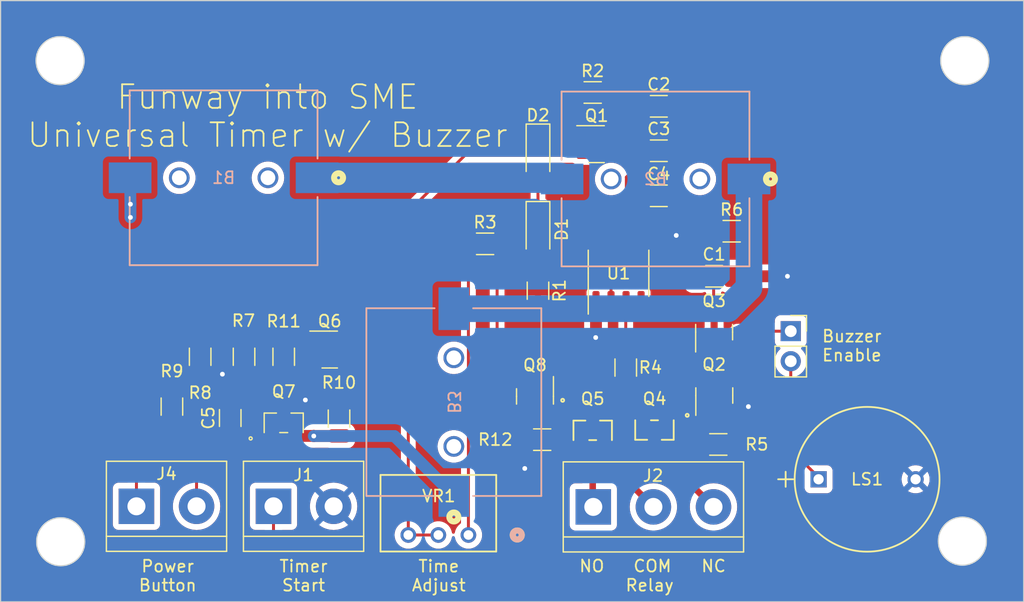
<source format=kicad_pcb>
(kicad_pcb (version 20221018) (generator pcbnew)
  (layers (0 "F.Cu" signal) (31 "B.Cu" signal) (34 "B.Paste" user) (35 "F.Paste" user) (36 "B.SilkS" user "B.Silkscreen") (37 "F.SilkS" user "F.Silkscreen") (38 "B.Mask" user) (39 "F.Mask" user) (44 "Edge.Cuts" user))
  (net 0 "")
  (net 1 "Net-(B1-Pad1)")
  (net 2 "9V")
  (net 3 "Net-(B2-Pad1)")
  (net 4 "GND")
  (net 5 "Net-(J1-Pin_1)")
  (net 6 "CRTGND")
  (net 7 "Net-(Q1-C)")
  (net 8 "Net-(U1-CV)")
  (net 9 "Net-(J4-Pin_1)")
  (net 10 "Net-(D1-K)")
  (net 11 "Net-(D2-K)")
  (net 12 "Net-(J2-Pin_1)")
  (net 13 "Net-(J2-Pin_2)")
  (net 14 "Net-(J2-Pin_3)")
  (net 15 "Net-(J3-Pin_1)")
  (net 16 "Net-(J3-Pin_2)")
  (net 17 "Net-(J4-Pin_2)")
  (net 18 "Net-(Q1-E)")
  (net 19 "Net-(Q2-B)")
  (net 20 "Net-(Q2-C)")
  (net 21 "Net-(Q3-C)")
  (net 22 "Net-(Q6-B)")
  (net 23 "Net-(Q6-C)")
  (net 24 "Net-(VR1-CCW)")
  (net 25 "Net-(U1-Q)")
  (net 26 "Net-(Q5-G)")
  (footprint "Capacitor_SMD:C_1206_3216Metric" (layer "F.Cu") (at 101.346 100.3808)
    (fp_text reference "C2" (at 0 -1.85) (layer "F.SilkS"))
    (fp_text value "47uF")
    (fp_line (start -0.711252 -0.91) (end 0.711252 -0.91) (stroke (width 0.12)) (layer "F.SilkS"))
    (fp_line (start -0.711252 0.91) (end 0.711252 0.91) (stroke (width 0.12)) (layer "F.SilkS"))
    (pad "1" smd roundrect (at -1.475 0) (size 1.15 1.8) (layers "F.Cu" "F.Paste" "F.Mask") (roundrect_rratio 0.2173913043) (net 7 "Net-(Q1-C)"))
    (pad "2" smd roundrect (at 1.475 0) (size 1.15 1.8) (layers "F.Cu" "F.Paste" "F.Mask") (roundrect_rratio 0.2173913043) (net 6 "CRTGND"))
  )
  (footprint "Resistor_SMD:R_1206_3216Metric" (layer "F.Cu") (at 62.5856 121.5644 -90)
    (fp_text reference "R8" (at 3.048 0) (layer "F.SilkS"))
    (fp_text value "1M")
    (fp_line (start -0.727064 -0.91) (end 0.727064 -0.91) (stroke (width 0.12)) (layer "F.SilkS"))
    (fp_line (start -0.727064 0.91) (end 0.727064 0.91) (stroke (width 0.12)) (layer "F.SilkS"))
    (pad "1" smd roundrect (at -1.4625 0 270) (size 1.125 1.75) (layers "F.Cu" "F.Paste" "F.Mask") (roundrect_rratio 0.2222222222) (net 9 "Net-(J4-Pin_1)"))
    (pad "2" smd roundrect (at 1.4625 0 270) (size 1.125 1.75) (layers "F.Cu" "F.Paste" "F.Mask") (roundrect_rratio 0.2222222222) (net 6 "CRTGND"))
  )
  (footprint "Resistor_SMD:R_1206_3216Metric" (layer "F.Cu") (at 69.6468 121.5644 90)
    (fp_text reference "R11" (at 2.9972 0 180) (layer "F.SilkS"))
    (fp_text value "10k")
    (fp_line (start -0.727064 -0.91) (end 0.727064 -0.91) (stroke (width 0.12)) (layer "F.SilkS"))
    (fp_line (start -0.727064 0.91) (end 0.727064 0.91) (stroke (width 0.12)) (layer "F.SilkS"))
    (pad "1" smd roundrect (at -1.4625 0 90) (size 1.125 1.75) (layers "F.Cu" "F.Paste" "F.Mask") (roundrect_rratio 0.2222222222) (net 6 "CRTGND"))
    (pad "2" smd roundrect (at 1.4625 0 90) (size 1.125 1.75) (layers "F.Cu" "F.Paste" "F.Mask") (roundrect_rratio 0.2222222222) (net 2 "9V"))
  )
  (footprint "Package_TO_SOT_SMD:SOT-23" (layer "F.Cu") (at 73.5353 120.9548)
    (fp_text reference "Q6" (at 0 -2.4) (layer "F.SilkS"))
    (fp_text value "BC858")
    (fp_line (start 0 -1.56) (end -1.675 -1.56) (stroke (width 0.12)) (layer "F.SilkS"))
    (fp_line (start 0 -1.56) (end 0.65 -1.56) (stroke (width 0.12)) (layer "F.SilkS"))
    (fp_line (start 0 1.56) (end -0.65 1.56) (stroke (width 0.12)) (layer "F.SilkS"))
    (fp_line (start 0 1.56) (end 0.65 1.56) (stroke (width 0.12)) (layer "F.SilkS"))
    (pad "1" smd roundrect (at -0.9375 -0.95) (size 1.475 0.6) (layers "F.Cu" "F.Paste" "F.Mask") (net 22 "Net-(Q6-B)"))
    (pad "2" smd roundrect (at -0.9375 0.95) (size 1.475 0.6) (layers "F.Cu" "F.Paste" "F.Mask") (net 2 "9V"))
    (pad "3" smd roundrect (at 0.9375 0) (size 1.475 0.6) (layers "F.Cu" "F.Paste" "F.Mask") (net 23 "Net-(Q6-C)"))
  )
  (footprint "Resistor_SMD:R_1206_3216Metric" (layer "F.Cu") (at 66.294 121.5644 90)
    (fp_text reference "R7" (at 3.048 -0.0508 180) (layer "F.SilkS"))
    (fp_text value "100k")
    (fp_line (start -0.727064 -0.91) (end 0.727064 -0.91) (stroke (width 0.12)) (layer "F.SilkS"))
    (fp_line (start -0.727064 0.91) (end 0.727064 0.91) (stroke (width 0.12)) (layer "F.SilkS"))
    (pad "1" smd roundrect (at -1.4625 0 90) (size 1.125 1.75) (layers "F.Cu" "F.Paste" "F.Mask") (roundrect_rratio 0.2222222222) (net 6 "CRTGND"))
    (pad "2" smd roundrect (at 1.4625 0 90) (size 1.125 1.75) (layers "F.Cu" "F.Paste" "F.Mask") (roundrect_rratio 0.2222222222) (net 22 "Net-(Q6-B)"))
  )
  (footprint "Package_SO:SOIC-8_3.9x4.9mm_P1.27mm" (layer "F.Cu") (at 97.9424 114.5032 90)
    (fp_text reference "U1" (at 0 0 180) (layer "F.SilkS"))
    (fp_text value "NE555D")
    (fp_line (start 0 -2.56) (end -3.45 -2.56) (stroke (width 0.12)) (layer "F.SilkS"))
    (fp_line (start 0 -2.56) (end 1.95 -2.56) (stroke (width 0.12)) (layer "F.SilkS"))
    (fp_line (start 0 2.56) (end -1.95 2.56) (stroke (width 0.12)) (layer "F.SilkS"))
    (fp_line (start 0 2.56) (end 1.95 2.56) (stroke (width 0.12)) (layer "F.SilkS"))
    (pad "1" smd roundrect (at -2.475 -1.905 90) (size 1.95 0.6) (layers "F.Cu" "F.Paste" "F.Mask") (net 6 "CRTGND"))
    (pad "2" smd roundrect (at -2.475 -0.635 90) (size 1.95 0.6) (layers "F.Cu" "F.Paste" "F.Mask") (net 5 "Net-(J1-Pin_1)"))
    (pad "3" smd roundrect (at -2.475 0.635 90) (size 1.95 0.6) (layers "F.Cu" "F.Paste" "F.Mask") (net 25 "Net-(U1-Q)"))
    (pad "4" smd roundrect (at -2.475 1.905 90) (size 1.95 0.6) (layers "F.Cu" "F.Paste" "F.Mask") (net 2 "9V"))
    (pad "5" smd roundrect (at 2.475 1.905 90) (size 1.95 0.6) (layers "F.Cu" "F.Paste" "F.Mask") (net 8 "Net-(U1-CV)"))
    (pad "6" smd roundrect (at 2.475 0.635 90) (size 1.95 0.6) (layers "F.Cu" "F.Paste" "F.Mask") (net 7 "Net-(Q1-C)"))
    (pad "7" smd roundrect (at 2.475 -0.635 90) (size 1.95 0.6) (layers "F.Cu" "F.Paste" "F.Mask") (net 7 "Net-(Q1-C)"))
    (pad "8" smd roundrect (at 2.475 -1.905 90) (size 1.95 0.6) (layers "F.Cu" "F.Paste" "F.Mask") (net 2 "9V"))
  )
  (footprint "TerminalBlock:TerminalBlock_bornier-3_P5.08mm" (layer "F.Cu") (at 95.8088 134.2644)
    (fp_text reference "J2" (at 5.05 -2.6416) (layer "F.SilkS"))
    (fp_text value "Relay Out")
    (fp_line (start -2.54 -3.81) (end 12.7 -3.81) (stroke (width 0.12)) (layer "F.SilkS"))
    (fp_line (start -2.54 2.54) (end 12.7 2.54) (stroke (width 0.12)) (layer "F.SilkS"))
    (fp_line (start -2.54 3.81) (end -2.54 -3.81) (stroke (width 0.12)) (layer "F.SilkS"))
    (fp_line (start -2.54 3.81) (end 12.7 3.81) (stroke (width 0.12)) (layer "F.SilkS"))
    (fp_line (start 12.7 3.81) (end 12.7 -3.81) (stroke (width 0.12)) (layer "F.SilkS"))
    (pad "1" thru_hole rect (at 0 0) (size 3 3) (drill 1.52) (layers "*.Cu" "*.Mask") (net 12 "Net-(J2-Pin_1)"))
    (pad "2" thru_hole circle (at 5.08 0) (size 3 3) (drill 1.52) (layers "*.Cu" "*.Mask") (net 13 "Net-(J2-Pin_2)"))
    (pad "3" thru_hole circle (at 10.16 0) (size 3 3) (drill 1.52) (layers "*.Cu" "*.Mask") (net 14 "Net-(J2-Pin_3)"))
  )
  (footprint "Package_TO_SOT_SMD:SOT-23" (layer "F.Cu") (at 90.8812 124.9172 -90)
    (fp_text reference "Q8" (at -2.6416 0 -180) (layer "F.SilkS"))
    (fp_text value "BC848")
    (fp_line (start 0 -1.56) (end -1.675 -1.56) (stroke (width 0.12)) (layer "F.SilkS"))
    (fp_line (start 0 -1.56) (end 0.65 -1.56) (stroke (width 0.12)) (layer "F.SilkS"))
    (fp_line (start 0 1.56) (end -0.65 1.56) (stroke (width 0.12)) (layer "F.SilkS"))
    (fp_line (start 0 1.56) (end 0.65 1.56) (stroke (width 0.12)) (layer "F.SilkS"))
    (pad "1" smd roundrect (at -0.9375 -0.95 270) (size 1.475 0.6) (layers "F.Cu" "F.Paste" "F.Mask") (net 19 "Net-(Q2-B)"))
    (pad "2" smd roundrect (at -0.9375 0.95 270) (size 1.475 0.6) (layers "F.Cu" "F.Paste" "F.Mask") (net 26 "Net-(Q5-G)"))
    (pad "3" smd roundrect (at 0.9375 0 270) (size 1.475 0.6) (layers "F.Cu" "F.Paste" "F.Mask") (net 2 "9V"))
  )
  (footprint "TerminalBlock:TerminalBlock_bornier-2_P5.08mm" (layer "F.Cu") (at 57.2008 134.2136)
    (fp_text reference "J4" (at 2.54 -2.7432) (layer "F.SilkS"))
    (fp_text value "On/Off")
    (fp_line (start -2.54 -3.81) (end -2.54 3.81) (stroke (width 0.12)) (layer "F.SilkS"))
    (fp_line (start -2.54 3.81) (end 7.62 3.81) (stroke (width 0.12)) (layer "F.SilkS"))
    (fp_line (start 7.62 -3.81) (end -2.54 -3.81) (stroke (width 0.12)) (layer "F.SilkS"))
    (fp_line (start 7.62 2.54) (end -2.54 2.54) (stroke (width 0.12)) (layer "F.SilkS"))
    (fp_line (start 7.62 3.81) (end 7.62 -3.81) (stroke (width 0.12)) (layer "F.SilkS"))
    (pad "1" thru_hole rect (at 0 0) (size 3 3) (drill 1.52) (layers "*.Cu" "*.Mask") (net 9 "Net-(J4-Pin_1)"))
    (pad "2" thru_hole circle (at 5.08 0) (size 3 3) (drill 1.52) (layers "*.Cu" "*.Mask") (net 17 "Net-(J4-Pin_2)"))
  )
  (footprint "ABI-009-RC:ABI-009_MTC" (layer "F.Cu") (at 114.848201 131.9276)
    (fp_text reference "LS1" (at 4.099999 0 unlocked) (layer "F.SilkS"))
    (fp_text value "ABI-009-RC" hide)
    (fp_line (start -3.418401 0) (end -2.148401 0) (stroke (width 0.1524)) (layer "F.SilkS"))
    (fp_line (start -2.783401 -0.635) (end -2.783401 0.635) (stroke (width 0.1524)) (layer "F.SilkS"))
    (fp_circle (center 4.099999 0) (end 10.221399 0) (stroke (width 0.1524)) (fill none) (layer "F.SilkS"))
    (pad "1" thru_hole rect (at -0.000001 0) (size 1.3716 1.3716) (drill 0.8636) (layers "*.Cu" "*.Mask") (net 16 "Net-(J3-Pin_2)"))
    (pad "2" thru_hole circle (at 8.2 0) (size 1.3716 1.3716) (drill 0.8636) (layers "*.Cu" "*.Mask") (net 6 "CRTGND"))
  )
  (footprint "Capacitor_SMD:C_1206_3216Metric" (layer "F.Cu") (at 106.0196 114.7572)
    (fp_text reference "C1" (at 0 -1.85) (layer "F.SilkS"))
    (fp_text value ".01uF")
    (fp_line (start -0.711252 -0.91) (end 0.711252 -0.91) (stroke (width 0.12)) (layer "F.SilkS"))
    (fp_line (start -0.711252 0.91) (end 0.711252 0.91) (stroke (width 0.12)) (layer "F.SilkS"))
    (pad "1" smd roundrect (at -1.475 0) (size 1.15 1.8) (layers "F.Cu" "F.Paste" "F.Mask") (roundrect_rratio 0.2173913043) (net 5 "Net-(J1-Pin_1)"))
    (pad "2" smd roundrect (at 1.475 0) (size 1.15 1.8) (layers "F.Cu" "F.Paste" "F.Mask") (roundrect_rratio 0.2173913043) (net 6 "CRTGND"))
  )
  (footprint "Resistor_SMD:R_1206_3216Metric" (layer "F.Cu") (at 98.552 122.4788 -90)
    (fp_text reference "R4" (at 0 -2.0828 -180) (layer "F.SilkS"))
    (fp_text value "10k")
    (fp_line (start -0.727064 -0.91) (end 0.727064 -0.91) (stroke (width 0.12)) (layer "F.SilkS"))
    (fp_line (start -0.727064 0.91) (end 0.727064 0.91) (stroke (width 0.12)) (layer "F.SilkS"))
    (pad "1" smd roundrect (at -1.4625 0 270) (size 1.125 1.75) (layers "F.Cu" "F.Paste" "F.Mask") (roundrect_rratio 0.2222222222) (net 25 "Net-(U1-Q)"))
    (pad "2" smd roundrect (at 1.4625 0 270) (size 1.125 1.75) (layers "F.Cu" "F.Paste" "F.Mask") (roundrect_rratio 0.2222222222) (net 19 "Net-(Q2-B)"))
  )
  (footprint "Resistor_SMD:R_1206_3216Metric" (layer "F.Cu") (at 107.5035 110.9472)
    (fp_text reference "R6" (at 0 -1.82) (layer "F.SilkS"))
    (fp_text value "10k")
    (fp_line (start -0.727064 -0.91) (end 0.727064 -0.91) (stroke (width 0.12)) (layer "F.SilkS"))
    (fp_line (start -0.727064 0.91) (end 0.727064 0.91) (stroke (width 0.12)) (layer "F.SilkS"))
    (pad "1" smd roundrect (at -1.4625 0) (size 1.125 1.75) (layers "F.Cu" "F.Paste" "F.Mask") (roundrect_rratio 0.2222222222) (net 21 "Net-(Q3-C)"))
    (pad "2" smd roundrect (at 1.4625 0) (size 1.125 1.75) (layers "F.Cu" "F.Paste" "F.Mask") (roundrect_rratio 0.2222222222) (net 2 "9V"))
  )
  (footprint "Capacitor_SMD:C_1206_3216Metric" (layer "F.Cu") (at 101.346 107.95)
    (fp_text reference "C4" (at 0 -1.85) (layer "F.SilkS"))
    (fp_text value ".01uF")
    (fp_line (start -0.711252 -0.91) (end 0.711252 -0.91) (stroke (width 0.12)) (layer "F.SilkS"))
    (fp_line (start -0.711252 0.91) (end 0.711252 0.91) (stroke (width 0.12)) (layer "F.SilkS"))
    (pad "1" smd roundrect (at -1.475 0) (size 1.15 1.8) (layers "F.Cu" "F.Paste" "F.Mask") (roundrect_rratio 0.2173913043) (net 8 "Net-(U1-CV)"))
    (pad "2" smd roundrect (at 1.475 0) (size 1.15 1.8) (layers "F.Cu" "F.Paste" "F.Mask") (roundrect_rratio 0.2173913043) (net 6 "CRTGND"))
  )
  (footprint "3310C-001-105L:IC3_3310C-001-105L_BRN" (layer "F.Cu") (at 85.2551 136.6393 180)
    (fp_text reference "VR1" (at 2.5019 3.2893 unlocked) (layer "F.SilkS"))
    (fp_text value "1 Meg" hide)
    (fp_circle (center -4.1275 0) (end -3.7465 0) (stroke (width 0.508)) (fill none) (layer "B.SilkS"))
    (fp_line (start -2.3495 -1.397) (end -2.3495 5.08) (stroke (width 0.1524)) (layer "F.SilkS"))
    (fp_line (start -2.3495 5.08) (end 7.4295 5.08) (stroke (width 0.1524)) (layer "F.SilkS"))
    (fp_line (start 7.4295 -1.397) (end -2.3495 -1.397) (stroke (width 0.1524)) (layer "F.SilkS"))
    (fp_line (start 7.4295 5.08) (end 7.4295 -1.397) (stroke (width 0.1524)) (layer "F.SilkS"))
    (fp_circle (center -4.1275 0) (end -3.7465 0) (stroke (width 0.508)) (fill none) (layer "F.SilkS"))
    (pad "1" thru_hole circle (at 0 0 180) (size 1.3208 1.3208) (drill 0.8128) (layers "*.Cu" "*.Mask") (net 24 "Net-(VR1-CCW)"))
    (pad "2" thru_hole circle (at 2.54 0 180) (size 1.3208 1.3208) (drill 0.8128) (layers "*.Cu" "*.Mask") (net 18 "Net-(Q1-E)"))
    (pad "3" thru_hole circle (at 5.08 0 180) (size 1.3208 1.3208) (drill 0.8128) (layers "*.Cu" "*.Mask") (net 18 "Net-(Q1-E)"))
  )
  (footprint "Diode_SMD:D_SOD-123" (layer "F.Cu") (at 91.1352 110.7948 -90)
    (fp_text reference "D1" (at 0 -2 90) (layer "F.SilkS"))
    (fp_text value "1N4448W")
    (fp_line (start -2.36 -1) (end -2.36 1) (stroke (width 0.12)) (layer "F.SilkS"))
    (fp_line (start -2.36 -1) (end 1.65 -1) (stroke (width 0.12)) (layer "F.SilkS"))
    (fp_line (start -2.36 1) (end 1.65 1) (stroke (width 0.12)) (layer "F.SilkS"))
    (pad "1" smd roundrect (at -1.65 0 270) (size 0.9 1.2) (layers "F.Cu" "F.Paste" "F.Mask") (net 10 "Net-(D1-K)"))
    (pad "2" smd roundrect (at 1.65 0 270) (size 0.9 1.2) (layers "F.Cu" "F.Paste" "F.Mask") (net 2 "9V"))
  )
  (footprint "Resistor_SMD:R_1206_3216Metric" (layer "F.Cu") (at 60.198 125.7808 90)
    (fp_text reference "R9" (at 2.9972 0 180) (layer "F.SilkS"))
    (fp_text value "10k")
    (fp_line (start -0.727064 -0.91) (end 0.727064 -0.91) (stroke (width 0.12)) (layer "F.SilkS"))
    (fp_line (start -0.727064 0.91) (end 0.727064 0.91) (stroke (width 0.12)) (layer "F.SilkS"))
    (pad "1" smd roundrect (at -1.4625 0 90) (size 1.125 1.75) (layers "F.Cu" "F.Paste" "F.Mask") (roundrect_rratio 0.2222222222) (net 17 "Net-(J4-Pin_2)"))
    (pad "2" smd roundrect (at 1.4625 0 90) (size 1.125 1.75) (layers "F.Cu" "F.Paste" "F.Mask") (roundrect_rratio 0.2222222222) (net 23 "Net-(Q6-C)"))
  )
  (footprint "Capacitor_SMD:C_1206_3216Metric" (layer "F.Cu") (at 65.1256 126.746 90)
    (fp_text reference "C5" (at 0 -1.85 90) (layer "F.SilkS"))
    (fp_text value "330nF-1206-50V-10%")
    (fp_line (start -0.711252 -0.91) (end 0.711252 -0.91) (stroke (width 0.12)) (layer "F.SilkS"))
    (fp_line (start -0.711252 0.91) (end 0.711252 0.91) (stroke (width 0.12)) (layer "F.SilkS"))
    (pad "1" smd roundrect (at -1.475 0 90) (size 1.15 1.8) (layers "F.Cu" "F.Paste" "F.Mask") (roundrect_rratio 0.2173913043) (net 4 "GND"))
    (pad "2" smd roundrect (at 1.475 0 90) (size 1.15 1.8) (layers "F.Cu" "F.Paste" "F.Mask") (roundrect_rratio 0.2173913043) (net 9 "Net-(J4-Pin_1)"))
  )
  (footprint "Capacitor_SMD:C_1206_3216Metric" (layer "F.Cu") (at 101.346 104.14)
    (fp_text reference "C3" (at 0 -1.85) (layer "F.SilkS"))
    (fp_text value "47uF")
    (fp_line (start -0.711252 -0.91) (end 0.711252 -0.91) (stroke (width 0.12)) (layer "F.SilkS"))
    (fp_line (start -0.711252 0.91) (end 0.711252 0.91) (stroke (width 0.12)) (layer "F.SilkS"))
    (pad "1" smd roundrect (at -1.475 0) (size 1.15 1.8) (layers "F.Cu" "F.Paste" "F.Mask") (roundrect_rratio 0.2173913043) (net 7 "Net-(Q1-C)"))
    (pad "2" smd roundrect (at 1.475 0) (size 1.15 1.8) (layers "F.Cu" "F.Paste" "F.Mask") (roundrect_rratio 0.2173913043) (net 6 "CRTGND"))
  )
  (footprint "Resistor_SMD:R_1206_3216Metric" (layer "F.Cu") (at 95.758 99.2124)
    (fp_text reference "R2" (at 0 -1.82) (layer "F.SilkS"))
    (fp_text value "6k8")
    (fp_line (start -0.727064 -0.91) (end 0.727064 -0.91) (stroke (width 0.12)) (layer "F.SilkS"))
    (fp_line (start -0.727064 0.91) (end 0.727064 0.91) (stroke (width 0.12)) (layer "F.SilkS"))
    (pad "1" smd roundrect (at -1.4625 0) (size 1.125 1.75) (layers "F.Cu" "F.Paste" "F.Mask") (roundrect_rratio 0.2222222222) (net 6 "CRTGND"))
    (pad "2" smd roundrect (at 1.4625 0) (size 1.125 1.75) (layers "F.Cu" "F.Paste" "F.Mask") (roundrect_rratio 0.2222222222) (net 11 "Net-(D2-K)"))
  )
  (footprint "Diode_SMD:D_SOD-123" (layer "F.Cu") (at 91.1352 104.2416 -90)
    (fp_text reference "D2" (at -3.0988 0 -180) (layer "F.SilkS"))
    (fp_text value "1N4448W")
    (fp_line (start -2.36 -1) (end -2.36 1) (stroke (width 0.12)) (layer "F.SilkS"))
    (fp_line (start -2.36 -1) (end 1.65 -1) (stroke (width 0.12)) (layer "F.SilkS"))
    (fp_line (start -2.36 1) (end 1.65 1) (stroke (width 0.12)) (layer "F.SilkS"))
    (pad "1" smd roundrect (at -1.65 0 270) (size 0.9 1.2) (layers "F.Cu" "F.Paste" "F.Mask") (net 11 "Net-(D2-K)"))
    (pad "2" smd roundrect (at 1.65 0 270) (size 0.9 1.2) (layers "F.Cu" "F.Paste" "F.Mask") (net 10 "Net-(D1-K)"))
  )
  (footprint "Si2342DS:SI2342DS-T1-GE3" (layer "F.Cu") (at 69.6468 127.1524)
    (fp_text reference "Q7" (at 0 -2.6416) (layer "F.SilkS"))
    (fp_text value "SI2338DS" hide)
    (fp_line (start -1.651 -0.8255) (end -1.651 0.8255) (stroke (width 0.12)) (layer "F.SilkS"))
    (fp_line (start -0.61674 -0.8255) (end -1.651 -0.8255) (stroke (width 0.12)) (layer "F.SilkS"))
    (fp_line (start -0.333261 0.8255) (end 0.333261 0.8255) (stroke (width 0.12)) (layer "F.SilkS"))
    (fp_line (start 1.651 -0.8255) (end 0.61674 -0.8255) (stroke (width 0.12)) (layer "F.SilkS"))
    (fp_line (start 1.651 0.8255) (end 1.651 -0.8255) (stroke (width 0.12)) (layer "F.SilkS"))
    (fp_circle (center -2.794 1.3208) (end -2.667 1.3208) (stroke (width 0.12)) (fill none) (layer "F.SilkS"))
    (pad "1" smd rect (at -0.950001 1.016) (size 0.568 1.309599) (layers "F.Cu" "F.Paste" "F.Mask") (net 17 "Net-(J4-Pin_2)"))
    (pad "2" smd rect (at 0.950001 1.016) (size 0.568 1.309599) (layers "F.Cu" "F.Paste" "F.Mask") (net 4 "GND"))
    (pad "3" smd rect (at 0 -1.016) (size 0.568 1.309599) (layers "F.Cu" "F.Paste" "F.Mask") (net 6 "CRTGND"))
  )
  (footprint "Connector_PinSocket_2.54mm:PinSocket_1x02_P2.54mm_Vertical" (layer "F.Cu") (at 112.4962 119.4)
    (fp_text reference "J3" hide)
    (fp_text value "Buzz Enable" hide)
    (fp_line (start -1.33 1.27) (end -1.33 3.87) (stroke (width 0.12)) (layer "F.SilkS"))
    (fp_line (start -1.33 1.27) (end 1.33 1.27) (stroke (width 0.12)) (layer "F.SilkS"))
    (fp_line (start -1.33 3.87) (end 1.33 3.87) (stroke (width 0.12)) (layer "F.SilkS"))
    (fp_line (start 0 -1.33) (end 1.33 -1.33) (stroke (width 0.12)) (layer "F.SilkS"))
    (fp_line (start 1.33 -1.33) (end 1.33 0) (stroke (width 0.12)) (layer "F.SilkS"))
    (fp_line (start 1.33 1.27) (end 1.33 3.87) (stroke (width 0.12)) (layer "F.SilkS"))
    (pad "1" thru_hole rect (at 0 0) (size 1.7 1.7) (drill 1) (layers "*.Cu" "*.Mask") (net 15 "Net-(J3-Pin_1)"))
    (pad "2" thru_hole oval (at 0 2.54) (size 1.7 1.7) (drill 1) (layers "*.Cu" "*.Mask") (net 16 "Net-(J3-Pin_2)"))
  )
  (footprint "DMN2004K-7:SOT23_DIO" (layer "F.Cu") (at 95.758599 127.7874)
    (fp_text reference "Q5" (at 0 -2.667 unlocked) (layer "F.SilkS"))
    (fp_text value "DMN2004K-7" hide)
    (fp_line (start -1.6256 -0.8255) (end -1.6256 0.8255) (stroke (width 0.1524)) (layer "F.SilkS"))
    (fp_line (start -0.61674 -0.8255) (end -1.6256 -0.8255) (stroke (width 0.1524)) (layer "F.SilkS"))
    (fp_line (start -0.298259 0.8255) (end 0.298259 0.8255) (stroke (width 0.1524)) (layer "F.SilkS"))
    (fp_line (start 1.6256 -0.8255) (end 0.61674 -0.8255) (stroke (width 0.1524)) (layer "F.SilkS"))
    (fp_line (start 1.6256 0.8255) (end 1.6256 -0.8255) (stroke (width 0.1524)) (layer "F.SilkS"))
    (fp_circle (center -2.54 -2.54) (end -2.413 -2.54) (stroke (width 0.1524)) (fill none) (layer "F.SilkS"))
    (pad "1" smd rect (at -0.914999 0.9398) (size 0.568 1.309599) (layers "F.Cu" "F.Paste" "F.Mask") (net 26 "Net-(Q5-G)"))
    (pad "2" smd rect (at 0.914999 0.9398) (size 0.568 1.309599) (layers "F.Cu" "F.Paste" "F.Mask") (net 13 "Net-(J2-Pin_2)"))
    (pad "3" smd rect (at 0 -0.9398) (size 0.568 1.309599) (layers "F.Cu" "F.Paste" "F.Mask") (net 12 "Net-(J2-Pin_1)"))
  )
  (footprint "TerminalBlock:TerminalBlock_bornier-2_P5.08mm" (layer "F.Cu") (at 68.7832 134.2136)
    (fp_text reference "J1" (at 2.54 -2.6416) (layer "F.SilkS"))
    (fp_text value "Timer Start")
    (fp_line (start -2.54 -3.81) (end -2.54 3.81) (stroke (width 0.12)) (layer "F.SilkS"))
    (fp_line (start -2.54 3.81) (end 7.62 3.81) (stroke (width 0.12)) (layer "F.SilkS"))
    (fp_line (start 7.62 -3.81) (end -2.54 -3.81) (stroke (width 0.12)) (layer "F.SilkS"))
    (fp_line (start 7.62 2.54) (end -2.54 2.54) (stroke (width 0.12)) (layer "F.SilkS"))
    (fp_line (start 7.62 3.81) (end 7.62 -3.81) (stroke (width 0.12)) (layer "F.SilkS"))
    (pad "1" thru_hole rect (at 0 0) (size 3 3) (drill 1.52) (layers "*.Cu" "*.Mask") (net 5 "Net-(J1-Pin_1)"))
    (pad "2" thru_hole circle (at 5.08 0) (size 3 3) (drill 1.52) (layers "*.Cu" "*.Mask") (net 6 "CRTGND"))
  )
  (footprint "Resistor_SMD:R_1206_3216Metric" (layer "F.Cu") (at 91.1352 115.9764 -90)
    (fp_text reference "R1" (at 0 -1.82 90) (layer "F.SilkS"))
    (fp_text value "10k")
    (fp_line (start -0.727064 -0.91) (end 0.727064 -0.91) (stroke (width 0.12)) (layer "F.SilkS"))
    (fp_line (start -0.727064 0.91) (end 0.727064 0.91) (stroke (width 0.12)) (layer "F.SilkS"))
    (pad "1" smd roundrect (at -1.4625 0 270) (size 1.125 1.75) (layers "F.Cu" "F.Paste" "F.Mask") (roundrect_rratio 0.2222222222) (net 5 "Net-(J1-Pin_1)"))
    (pad "2" smd roundrect (at 1.4625 0 270) (size 1.125 1.75) (layers "F.Cu" "F.Paste" "F.Mask") (roundrect_rratio 0.2222222222) (net 2 "9V"))
  )
  (footprint "Package_TO_SOT_SMD:SOT-23" (layer "F.Cu") (at 106.0348 124.8433 90)
    (fp_text reference "Q2" (at 2.6185 -0.0152 180) (layer "F.SilkS"))
    (fp_text value "BC848" hide)
    (fp_line (start 0 -1.56) (end -1.675 -1.56) (stroke (width 0.12)) (layer "F.SilkS"))
    (fp_line (start 0 -1.56) (end 0.65 -1.56) (stroke (width 0.12)) (layer "F.SilkS"))
    (fp_line (start 0 1.56) (end -0.65 1.56) (stroke (width 0.12)) (layer "F.SilkS"))
    (fp_line (start 0 1.56) (end 0.65 1.56) (stroke (width 0.12)) (layer "F.SilkS"))
    (pad "1" smd roundrect (at -0.9375 -0.95 90) (size 1.475 0.6) (layers "F.Cu" "F.Paste" "F.Mask") (net 19 "Net-(Q2-B)"))
    (pad "2" smd roundrect (at -0.9375 0.95 90) (size 1.475 0.6) (layers "F.Cu" "F.Paste" "F.Mask") (net 6 "CRTGND"))
    (pad "3" smd roundrect (at 0.9375 0 90) (size 1.475 0.6) (layers "F.Cu" "F.Paste" "F.Mask") (net 20 "Net-(Q2-C)"))
  )
  (footprint "Resistor_SMD:R_1206_3216Metric" (layer "F.Cu") (at 74.3204 126.7968 90)
    (fp_text reference "R10" (at 3.048 0 180) (layer "F.SilkS"))
    (fp_text value "10k")
    (fp_line (start -0.727064 -0.91) (end 0.727064 -0.91) (stroke (width 0.12)) (layer "F.SilkS"))
    (fp_line (start -0.727064 0.91) (end 0.727064 0.91) (stroke (width 0.12)) (layer "F.SilkS"))
    (pad "1" smd roundrect (at -1.4625 0 90) (size 1.125 1.75) (layers "F.Cu" "F.Paste" "F.Mask") (roundrect_rratio 0.2222222222) (net 4 "GND"))
    (pad "2" smd roundrect (at 1.4625 0 90) (size 1.125 1.75) (layers "F.Cu" "F.Paste" "F.Mask") (roundrect_rratio 0.2222222222) (net 23 "Net-(Q6-C)"))
  )
  (footprint "Package_TO_SOT_SMD:SOT-23" (layer "F.Cu") (at 96.0905 103.5812)
    (fp_text reference "Q1" (at 0 -2.4) (layer "F.SilkS"))
    (fp_text value "BC858")
    (fp_line (start 0 -1.56) (end -1.675 -1.56) (stroke (width 0.12)) (layer "F.SilkS"))
    (fp_line (start 0 -1.56) (end 0.65 -1.56) (stroke (width 0.12)) (layer "F.SilkS"))
    (fp_line (start 0 1.56) (end -0.65 1.56) (stroke (width 0.12)) (layer "F.SilkS"))
    (fp_line (start 0 1.56) (end 0.65 1.56) (stroke (width 0.12)) (layer "F.SilkS"))
    (pad "1" smd roundrect (at -0.9375 -0.95) (size 1.475 0.6) (layers "F.Cu" "F.Paste" "F.Mask") (net 11 "Net-(D2-K)"))
    (pad "2" smd roundrect (at -0.9375 0.95) (size 1.475 0.6) (layers "F.Cu" "F.Paste" "F.Mask") (net 18 "Net-(Q1-E)"))
    (pad "3" smd roundrect (at 0.9375 0) (size 1.475 0.6) (layers "F.Cu" "F.Paste" "F.Mask") (net 7 "Net-(Q1-C)"))
  )
  (footprint "Resistor_SMD:R_1206_3216Metric" (layer "F.Cu") (at 86.6648 112.014)
    (fp_text reference "R3" (at 0 -1.82) (layer "F.SilkS"))
    (fp_text value "47k")
    (fp_line (start -0.727064 -0.91) (end 0.727064 -0.91) (stroke (width 0.12)) (layer "F.SilkS"))
    (fp_line (start -0.727064 0.91) (end 0.727064 0.91) (stroke (width 0.12)) (layer "F.SilkS"))
    (pad "1" smd roundrect (at -1.4625 0) (size 1.125 1.75) (layers "F.Cu" "F.Paste" "F.Mask") (roundrect_rratio 0.2222222222) (net 24 "Net-(VR1-CCW)"))
    (pad "2" smd roundrect (at 1.4625 0) (size 1.125 1.75) (layers "F.Cu" "F.Paste" "F.Mask") (roundrect_rratio 0.2222222222) (net 2 "9V"))
  )
  (footprint "Resistor_SMD:R_1206_3216Metric" (layer "F.Cu") (at 91.4908 128.5748)
    (fp_text reference "R12" (at -3.9624 0) (layer "F.SilkS"))
    (fp_text value "10k" hide)
    (fp_line (start -0.727064 -0.91) (end 0.727064 -0.91) (stroke (width 0.12)) (layer "F.SilkS"))
    (fp_line (start -0.727064 0.91) (end 0.727064 0.91) (stroke (width 0.12)) (layer "F.SilkS"))
    (pad "1" smd roundrect (at -1.4625 0) (size 1.125 1.75) (layers "F.Cu" "F.Paste" "F.Mask") (roundrect_rratio 0.2222222222) (net 6 "CRTGND"))
    (pad "2" smd roundrect (at 1.4625 0) (size 1.125 1.75) (layers "F.Cu" "F.Paste" "F.Mask") (roundrect_rratio 0.2222222222) (net 26 "Net-(Q5-G)"))
  )
  (footprint "DMN2004K-7:SOT23_DIO" (layer "F.Cu") (at 100.9777 127.762 180)
    (fp_text reference "Q4" (at -0.0127 2.6416 unlocked) (layer "F.SilkS"))
    (fp_text value "DMN2004K-7" hide)
    (fp_line (start -1.6256 -0.8255) (end -1.6256 0.8255) (stroke (width 0.1524)) (layer "F.SilkS"))
    (fp_line (start -0.61674 -0.8255) (end -1.6256 -0.8255) (stroke (width 0.1524)) (layer "F.SilkS"))
    (fp_line (start -0.298259 0.8255) (end 0.298259 0.8255) (stroke (width 0.1524)) (layer "F.SilkS"))
    (fp_line (start 1.6256 -0.8255) (end 0.61674 -0.8255) (stroke (width 0.1524)) (layer "F.SilkS"))
    (fp_line (start 1.6256 0.8255) (end 1.6256 -0.8255) (stroke (width 0.1524)) (layer "F.SilkS"))
    (fp_circle (center -2.7686 1.2446) (end -2.6416 1.2446) (stroke (width 0.1524)) (fill none) (layer "F.SilkS"))
    (pad "1" smd rect (at -0.914999 0.9398 180) (size 0.568 1.309599) (layers "F.Cu" "F.Paste" "F.Mask") (net 20 "Net-(Q2-C)"))
    (pad "2" smd rect (at 0.914999 0.9398 180) (size 0.568 1.309599) (layers "F.Cu" "F.Paste" "F.Mask") (net 13 "Net-(J2-Pin_2)"))
    (pad "3" smd rect (at 0 -0.9398 180) (size 0.568 1.309599) (layers "F.Cu" "F.Paste" "F.Mask") (net 14 "Net-(J2-Pin_3)"))
  )
  (footprint "Resistor_SMD:R_1206_3216Metric" (layer "F.Cu") (at 106.3752 128.9812)
    (fp_text reference "R5" (at 3.2512 0) (layer "F.SilkS"))
    (fp_text value "10k" hide)
    (fp_line (start -0.727064 -0.91) (end 0.727064 -0.91) (stroke (width 0.12)) (layer "F.SilkS"))
    (fp_line (start -0.727064 0.91) (end 0.727064 0.91) (stroke (width 0.12)) (layer "F.SilkS"))
    (pad "1" smd roundrect (at -1.4625 0) (size 1.125 1.75) (layers "F.Cu" "F.Paste" "F.Mask") (roundrect_rratio 0.2222222222) (net 20 "Net-(Q2-C)"))
    (pad "2" smd roundrect (at 1.4625 0) (size 1.125 1.75) (layers "F.Cu" "F.Paste" "F.Mask") (roundrect_rratio 0.2222222222) (net 2 "9V"))
  )
  (footprint "Package_TO_SOT_SMD:SOT-23" (layer "F.Cu") (at 106.0196 119.4816 90)
    (fp_text reference "Q3" (at 2.6416 0 180) (layer "F.SilkS"))
    (fp_text value "BC848")
    (fp_line (start 0 -1.56) (end -1.675 -1.56) (stroke (width 0.12)) (layer "F.SilkS"))
    (fp_line (start 0 -1.56) (end 0.65 -1.56) (stroke (width 0.12)) (layer "F.SilkS"))
    (fp_line (start 0 1.56) (end -0.65 1.56) (stroke (width 0.12)) (layer "F.SilkS"))
    (fp_line (start 0 1.56) (end 0.65 1.56) (stroke (width 0.12)) (layer "F.SilkS"))
    (pad "1" smd roundrect (at -0.9375 -0.95 90) (size 1.475 0.6) (layers "F.Cu" "F.Paste" "F.Mask") (net 19 "Net-(Q2-B)"))
    (pad "2" smd roundrect (at -0.9375 0.95 90) (size 1.475 0.6) (layers "F.Cu" "F.Paste" "F.Mask") (net 15 "Net-(J3-Pin_1)"))
    (pad "3" smd roundrect (at 0.9375 0 90) (size 1.475 0.6) (layers "F.Cu" "F.Paste" "F.Mask") (net 21 "Net-(Q3-C)"))
  )
  (footprint "CR1220 Holder:1048P_KEY" (layer "B.Cu") (at 84.0232 125.3998 90)
    (fp_text reference "B3" (at 0 0 270 unlocked) (layer "B.SilkS") (effects (justify mirror)))
    (fp_text value "1056TR" hide)
    (fp_line (start -7.9375 -7.3914) (end 7.9375 -7.3914) (stroke (width 0.1524)) (layer "B.SilkS"))
    (fp_line (start -7.9375 -1.62814) (end -7.9375 -7.3914) (stroke (width 0.1524)) (layer "B.SilkS"))
    (fp_line (start -7.9375 7.3914) (end -7.9375 1.62814) (stroke (width 0.1524)) (layer "B.SilkS"))
    (fp_line (start 7.9375 -7.3914) (end 7.9375 -1.62814) (stroke (width 0.1524)) (layer "B.SilkS"))
    (fp_line (start 7.9375 1.62814) (end 7.9375 7.3914) (stroke (width 0.1524)) (layer "B.SilkS"))
    (fp_line (start 7.9375 7.3914) (end -7.9375 7.3914) (stroke (width 0.1524)) (layer "B.SilkS"))
    (fp_circle (center -9.7155 0) (end -9.3345 0) (stroke (width 0.508)) (fill none) (layer "F.SilkS"))
    (pad "1" smd rect (at -7.8994 0 90) (size 3.6068 2.5908) (layers "B.Cu" "B.Paste" "B.Mask") (net 4 "GND"))
    (pad "2" smd rect (at 7.8994 0 90) (size 3.6068 2.5908) (layers "B.Cu" "B.Paste" "B.Mask") (net 3 "Net-(B2-Pad1)"))
    (pad "3" thru_hole circle (at -3.7465 0 90) (size 1.7526 1.7526) (drill 1.2446) (layers "*.Cu" "*.Mask"))
    (pad "4" thru_hole circle (at 3.7465 0 90) (size 1.7526 1.7526) (drill 1.2446) (layers "*.Cu" "*.Mask"))
  )
  (footprint "CR1220 Holder:1048P_KEY" (layer "B.Cu") (at 101.0666 106.5276 180)
    (fp_text reference "B2" (at 0 0 unlocked) (layer "B.SilkS") (effects (justify mirror)))
    (fp_text value "1056TR" hide)
    (fp_line (start -7.9375 -7.3914) (end 7.9375 -7.3914) (stroke (width 0.1524)) (layer "B.SilkS"))
    (fp_line (start -7.9375 -1.62814) (end -7.9375 -7.3914) (stroke (width 0.1524)) (layer "B.SilkS"))
    (fp_line (start -7.9375 7.3914) (end -7.9375 1.62814) (stroke (width 0.1524)) (layer "B.SilkS"))
    (fp_line (start 7.9375 -7.3914) (end 7.9375 -1.62814) (stroke (width 0.1524)) (layer "B.SilkS"))
    (fp_line (start 7.9375 1.62814) (end 7.9375 7.3914) (stroke (width 0.1524)) (layer "B.SilkS"))
    (fp_line (start 7.9375 7.3914) (end -7.9375 7.3914) (stroke (width 0.1524)) (layer "B.SilkS"))
    (fp_circle (center -9.7155 0) (end -9.3345 0) (stroke (width 0.508)) (fill none) (layer "F.SilkS"))
    (pad "1" smd rect (at -7.8994 0 180) (size 3.6068 2.5908) (layers "B.Cu" "B.Paste" "B.Mask") (net 3 "Net-(B2-Pad1)"))
    (pad "2" smd rect (at 7.8994 0 180) (size 3.6068 2.5908) (layers "B.Cu" "B.Paste" "B.Mask") (net 1 "Net-(B1-Pad1)"))
    (pad "3" thru_hole circle (at -3.7465 0 180) (size 1.7526 1.7526) (drill 1.2446) (layers "*.Cu" "*.Mask"))
    (pad "4" thru_hole circle (at 3.7465 0 180) (size 1.7526 1.7526) (drill 1.2446) (layers "*.Cu" "*.Mask"))
  )
  (footprint "CR1220 Holder:1048P_KEY" (layer "B.Cu") (at 64.5668 106.426 180)
    (fp_text reference "B1" (at 0 0 unlocked) (layer "B.SilkS") (effects (justify mirror)))
    (fp_text value "1056TR" hide)
    (fp_line (start -7.9375 -7.3914) (end 7.9375 -7.3914) (stroke (width 0.1524)) (layer "B.SilkS"))
    (fp_line (start -7.9375 -1.62814) (end -7.9375 -7.3914) (stroke (width 0.1524)) (layer "B.SilkS"))
    (fp_line (start -7.9375 7.3914) (end -7.9375 1.62814) (stroke (width 0.1524)) (layer "B.SilkS"))
    (fp_line (start 7.9375 -7.3914) (end 7.9375 -1.62814) (stroke (width 0.1524)) (layer "B.SilkS"))
    (fp_line (start 7.9375 1.62814) (end 7.9375 7.3914) (stroke (width 0.1524)) (layer "B.SilkS"))
    (fp_line (start 7.9375 7.3914) (end -7.9375 7.3914) (stroke (width 0.1524)) (layer "B.SilkS"))
    (fp_circle (center -9.7155 0) (end -9.3345 0) (stroke (width 0.508)) (fill none) (layer "F.SilkS"))
    (pad "1" smd rect (at -7.8994 0 180) (size 3.6068 2.5908) (layers "B.Cu" "B.Paste" "B.Mask") (net 1 "Net-(B1-Pad1)"))
    (pad "2" smd rect (at 7.8994 0 180) (size 3.6068 2.5908) (layers "B.Cu" "B.Paste" "B.Mask") (net 2 "9V"))
    (pad "3" thru_hole circle (at -3.7465 0 180) (size 1.7526 1.7526) (drill 1.2446) (layers "*.Cu" "*.Mask"))
    (pad "4" thru_hole circle (at 3.7465 0 180) (size 1.7526 1.7526) (drill 1.2446) (layers "*.Cu" "*.Mask"))
  )
  (gr_circle (center 127 137.16) (end 129.032 137.16) (stroke (width 0.1)) (fill none) (layer "Edge.Cuts"))
  (gr_circle (center 50.8 137.2108) (end 48.768 137.2108) (stroke (width 0.1)) (fill none) (layer "Edge.Cuts"))
  (gr_circle (center 50.7492 96.52) (end 52.7812 96.52) (stroke (width 0.1)) (fill none) (layer "Edge.Cuts"))
  (gr_circle (center 127.2032 96.52) (end 125.1712 96.52) (stroke (width 0.1)) (fill none) (layer "Edge.Cuts"))
  (gr_rect (start 45.72 91.44) (end 132.1816 142.2908) (stroke (width 0.1)) (fill none) (layer "Edge.Cuts"))
  (gr_text "Power\nButton" (at 59.8424 141.478) (layer "F.SilkS") (effects (font (size 1 1)) (justify bottom)))
  (gr_text "NC" (at 104.8512 139.8524) (layer "F.SilkS") (effects (font (size 1 1)) (justify left bottom)))
  (gr_text "NO" (at 94.5388 139.8524) (layer "F.SilkS") (effects (font (size 1 1)) (justify left bottom)))
  (gr_text "Relay" (at 98.4504 141.478) (layer "F.SilkS") (effects (font (size 1 1)) (justify left bottom)))
  (gr_text "Time\nAdjust" (at 82.7532 141.478) (layer "F.SilkS") (effects (font (size 1 1)) (justify bottom)))
  (gr_text "Funway into SME\nUniversal Timer w/ Buzzer" (at 68.2752 103.9876) (layer "F.SilkS") (effects (font (size 2 2)) (justify bottom)))
  (gr_text "Timer\nStart" (at 71.3232 141.478) (layer "F.SilkS") (effects (font (size 1 1)) (justify bottom)))
  (gr_text "COM" (at 99.1108 139.8524) (layer "F.SilkS") (effects (font (size 1 1)) (justify left bottom)))
  (gr_text "Buzzer \nEnable" (at 115.062 122.0216) (layer "F.SilkS") (effects (font (size 1 1)) (justify left bottom)))
  (segment (start 93.0656 106.426) (end 93.1672 106.5276) (width 0.25) (layer "B.Cu") (net 1))
  (segment (start 72.4662 106.426) (end 93.0656 106.426) (width 2.55) (layer "B.Cu") (net 1))
  (segment (start 90.8812 112.6988) (end 91.1352 112.4448) (width 0.25) (layer "F.Cu") (net 2))
  (via (at 56.6928 108.6612) (size 0.8) (drill 0.4) (layers "F.Cu" "B.Cu") (net 2))
  (via (at 56.6928 109.7788) (size 0.8) (drill 0.4) (layers "F.Cu" "B.Cu") (net 2))
  (segment (start 56.6928 108.6612) (end 56.6928 109.7788) (width 1) (layer "B.Cu") (net 2))
  (segment (start 56.6674 106.426) (end 56.6928 108.6612) (width 1) (layer "B.Cu") (net 2))
  (segment (start 108.966 106.5276) (end 108.966 115.7224) (width 2.25) (layer "B.Cu") (net 3))
  (segment (start 107.188 117.5004) (end 84.0232 117.5004) (width 2.25) (layer "B.Cu") (net 3))
  (segment (start 108.966 115.7224) (end 107.188 117.5004) (width 2.25) (layer "B.Cu") (net 3))
  (segment (start 70.687701 128.2593) (end 70.596801 128.1684) (width 1) (layer "F.Cu") (net 4))
  (segment (start 74.3204 128.2593) (end 72.1975 128.2593) (width 1) (layer "F.Cu") (net 4))
  (segment (start 66.427799 129.523199) (end 65.1256 128.221) (width 1) (layer "F.Cu") (net 4))
  (segment (start 70.596801 128.1684) (end 70.596801 128.607197) (width 1) (layer "F.Cu") (net 4))
  (segment (start 72.1868 128.27) (end 72.1761 128.2593) (width 1) (layer "F.Cu") (net 4))
  (segment (start 72.1975 128.2593) (end 72.1868 128.27) (width 1) (layer "F.Cu") (net 4))
  (segment (start 72.1761 128.2593) (end 70.687701 128.2593) (width 1) (layer "F.Cu") (net 4))
  (segment (start 69.680799 129.523199) (end 66.427799 129.523199) (width 1) (layer "F.Cu") (net 4))
  (segment (start 70.596801 128.607197) (end 69.680799 129.523199) (width 1) (layer "F.Cu") (net 4))
  (via (at 72.1868 128.27) (size 0.8) (drill 0.4) (layers "F.Cu" "B.Cu") (net 4))
  (segment (start 84.0232 133.2992) (end 78.994 128.27) (width 1) (layer "B.Cu") (net 4))
  (segment (start 78.994 128.27) (end 72.1868 128.27) (width 1) (layer "B.Cu") (net 4))
  (segment (start 97.8154 114.7572) (end 97.3074 115.2652) (width 0.25) (layer "F.Cu") (net 5))
  (segment (start 70.104 138.938) (end 68.7832 137.6172) (width 0.25) (layer "F.Cu") (net 5))
  (segment (start 68.7832 137.6172) (end 68.7832 134.2136) (width 0.25) (layer "F.Cu") (net 5))
  (segment (start 104.5446 114.7572) (end 97.8154 114.7572) (width 0.25) (layer "F.Cu") (net 5))
  (segment (start 87.6808 137.2616) (end 86.0044 138.938) (width 0.25) (layer "F.Cu") (net 5))
  (segment (start 87.6808 115.062) (end 87.6808 137.2616) (width 0.25) (layer "F.Cu") (net 5))
  (segment (start 97.3074 115.2398) (end 96.5708 114.5032) (width 0.25) (layer "F.Cu") (net 5))
  (segment (start 88.2396 114.5032) (end 87.6808 115.062) (width 0.25) (layer "F.Cu") (net 5))
  (segment (start 86.0044 138.938) (end 70.104 138.938) (width 0.25) (layer "F.Cu") (net 5))
  (segment (start 97.3074 115.2652) (end 97.3074 115.2398) (width 0.25) (layer "F.Cu") (net 5))
  (segment (start 96.5708 114.5032) (end 88.2396 114.5032) (width 0.25) (layer "F.Cu") (net 5))
  (segment (start 97.3074 115.2652) (end 97.3074 116.9782) (width 0.25) (layer "F.Cu") (net 5))
  (segment (start 102.821 100.3808) (end 102.821 97.6394) (width 1) (layer "F.Cu") (net 6))
  (segment (start 96.0374 119.9134) (end 96.0374 116.9782) (width 1) (layer "F.Cu") (net 6))
  (segment (start 102.821 111.301) (end 102.8192 111.3028) (width 1) (layer "F.Cu") (net 6))
  (segment (start 102.821 97.6394) (end 101.854 96.6724) (width 1) (layer "F.Cu") (net 6))
  (segment (start 62.5856 123.0269) (end 69.6468 123.0269) (width 1) (layer "F.Cu") (net 6))
  (segment (start 107.4946 114.7572) (end 112.2172 114.7572) (width 1) (layer "F.Cu") (net 6))
  (segment (start 71.4756 125.222) (end 70.5612 125.222) (width 0.5) (layer "F.Cu") (net 6))
  (segment (start 90.0283 128.5748) (end 90.0283 130.9517) (width 1) (layer "F.Cu") (net 6))
  (segment (start 101.854 96.6724) (end 94.8436 96.6724) (width 1) (layer "F.Cu") (net 6))
  (segment (start 94.2848 97.2312) (end 94.2955 97.2419) (width 1) (layer "F.Cu") (net 6))
  (segment (start 96.012 119.9388) (end 96.0374 119.9134) (width 0.5) (layer "F.Cu") (net 6))
  (segment (start 94.2955 97.2419) (end 94.2955 99.2124) (width 1) (layer "F.Cu") (net 6))
  (segment (start 102.821 100.3808) (end 102.821 111.301) (width 1) (layer "F.Cu") (net 6))
  (segment (start 94.8436 96.6724) (end 94.2848 97.2312) (width 1) (layer "F.Cu") (net 6))
  (segment (start 70.5612 125.222) (end 69.6468 126.1364) (width 0.5) (layer "F.Cu") (net 6))
  (segment (start 106.9848 125.7808) (end 108.9152 125.7808) (width 1) (layer "F.Cu") (net 6))
  (via (at 112.2172 114.7572) (size 0.8) (drill 0.4) (layers "F.Cu" "B.Cu") (net 6))
  (via (at 102.8192 111.3028) (size 0.8) (drill 0.4) (layers "F.Cu" "B.Cu") (net 6))
  (via (at 71.4756 125.222) (size 0.8) (drill 0.4) (layers "F.Cu" "B.Cu") (net 6))
  (via (at 90.0176 131.0132) (size 0.8) (drill 0.4) (layers "F.Cu" "B.Cu") (net 6))
  (via (at 64.4652 123.0376) (size 0.8) (drill 0.4) (layers "F.Cu" "B.Cu") (net 6))
  (via (at 108.9152 125.7808) (size 0.8) (drill 0.4) (layers "F.Cu" "B.Cu") (net 6))
  (via (at 96.012 119.9388) (size 0.8) (drill 0.4) (layers "F.Cu" "B.Cu") (net 6))
  (segment (start 98.6028 106.3752) (end 98.6028 112.0028) (width 0.25) (layer "F.Cu") (net 7))
  (segment (start 97.028 103.5812) (end 99.3122 103.5812) (width 0.25) (layer "F.Cu") (net 7))
  (segment (start 99.871 100.3808) (end 99.871 104.14) (width 0.25) (layer "F.Cu") (net 7))
  (segment (start 99.871 104.14) (end 99.871 105.107) (width 0.25) (layer "F.Cu") (net 7))
  (segment (start 99.3122 103.5812) (end 99.871 104.14) (width 0.25) (layer "F.Cu") (net 7))
  (segment (start 98.5774 112.0282) (end 97.3074 112.0282) (width 0.25) (layer "F.Cu") (net 7))
  (segment (start 98.6028 112.0028) (end 98.5774 112.0282) (width 0.25) (layer "F.Cu") (net 7))
  (segment (start 99.871 105.107) (end 98.6028 106.3752) (width 0.25) (layer "F.Cu") (net 7))
  (segment (start 99.8474 112.0282) (end 99.8474 107.9736) (width 0.25) (layer "F.Cu") (net 8))
  (segment (start 99.8474 107.9736) (end 99.871 107.95) (width 0.25) (layer "F.Cu") (net 8))
  (segment (start 57.8122 125.271) (end 57.404 125.6792) (width 0.25) (layer "F.Cu") (net 9))
  (segment (start 65.1256 125.271) (end 57.8122 125.271) (width 0.25) (layer "F.Cu") (net 9))
  (segment (start 58.5216 120.904) (end 59.3344 120.0912) (width 0.25) (layer "F.Cu") (net 9))
  (segment (start 57.2008 125.8824) (end 57.404 125.6792) (width 0.25) (layer "F.Cu") (net 9))
  (segment (start 58.5216 124.5616) (end 58.5216 120.904) (width 0.25) (layer "F.Cu") (net 9))
  (segment (start 59.3344 120.0912) (end 62.5749 120.0912) (width 0.25) (layer "F.Cu") (net 9))
  (segment (start 62.5749 120.0912) (end 62.5856 120.1019) (width 0.25) (layer "F.Cu") (net 9))
  (segment (start 57.2008 134.2136) (end 57.2008 125.8824) (width 0.25) (layer "F.Cu") (net 9))
  (segment (start 57.8122 125.271) (end 58.5216 124.5616) (width 0.25) (layer "F.Cu") (net 9))
  (segment (start 91.1352 105.8916) (end 91.1352 109.1448) (width 0.25) (layer "F.Cu") (net 10))
  (segment (start 91.1748 102.6312) (end 91.1352 102.5916) (width 0.25) (layer "F.Cu") (net 11))
  (segment (start 95.153 102.6312) (end 91.1748 102.6312) (width 0.25) (layer "F.Cu") (net 11))
  (segment (start 97.2205 100.5637) (end 95.153 102.6312) (width 0.25) (layer "F.Cu") (net 11))
  (segment (start 97.2205 99.2124) (end 97.2205 100.5637) (width 0.25) (layer "F.Cu") (net 11))
  (segment (start 95.758599 134.214199) (end 95.8088 134.2644) (width 0.25) (layer "F.Cu") (net 12))
  (segment (start 95.758599 126.8476) (end 95.758599 134.214199) (width 0.55) (layer "F.Cu") (net 12))
  (segment (start 100.062701 126.8222) (end 98.578598 126.8222) (width 0.55) (layer "F.Cu") (net 13))
  (segment (start 100.8888 134.2644) (end 96.673598 130.049198) (width 0.55) (layer "F.Cu") (net 13))
  (segment (start 98.578598 126.8222) (end 96.673598 128.7272) (width 0.55) (layer "F.Cu") (net 13))
  (segment (start 96.673598 130.049198) (end 96.673598 128.7272) (width 0.55) (layer "F.Cu") (net 13))
  (segment (start 100.9777 128.7018) (end 100.9777 129.2733) (width 0.25) (layer "F.Cu") (net 14))
  (segment (start 100.9777 129.2733) (end 105.9688 134.2644) (width 0.55) (layer "F.Cu") (net 14))
  (segment (start 107.9887 119.4) (end 112.4962 119.4) (width 0.25) (layer "F.Cu") (net 15))
  (segment (start 106.9696 120.4191) (end 107.9887 119.4) (width 0.25) (layer "F.Cu") (net 15))
  (segment (start 114.8482 131.9276) (end 114.8482 131.7654) (width 0.25) (layer "F.Cu") (net 16))
  (segment (start 114.8482 131.7654) (end 112.4962 129.4134) (width 0.25) (layer "F.Cu") (net 16))
  (segment (start 112.4962 129.4134) (end 112.4962 121.94) (width 0.25) (layer "F.Cu") (net 16))
  (segment (start 62.2808 134.2136) (end 62.2808 129.0828) (width 0.25) (layer "F.Cu") (net 17))
  (segment (start 64.0426 127.321) (end 67.849399 127.321) (width 0.25) (layer "F.Cu") (net 17))
  (segment (start 67.849399 127.321) (end 68.696799 128.1684) (width 0.25) (layer "F.Cu") (net 17))
  (segment (start 60.4413 127.2433) (end 62.2808 129.0828) (width 0.25) (layer "F.Cu") (net 17))
  (segment (start 60.198 127.2433) (end 60.4413 127.2433) (width 0.25) (layer "F.Cu") (net 17))
  (segment (start 62.2808 129.0828) (end 64.0426 127.321) (width 0.25) (layer "F.Cu") (net 17))
  (segment (start 80.1751 136.6393) (end 80.1751 109.3089) (width 0.25) (layer "F.Cu") (net 18))
  (segment (start 82.7151 136.6393) (end 80.1751 136.6393) (width 0.25) (layer "F.Cu") (net 18))
  (segment (start 80.1751 109.3089) (end 82.8294 106.6546) (width 0.25) (layer "F.Cu") (net 18))
  (segment (start 82.8294 106.6546) (end 82.7024 106.7816) (width 0.25) (layer "F.Cu") (net 18))
  (segment (start 82.7024 106.7816) (end 82.7151 106.7943) (width 0.25) (layer "F.Cu") (net 18))
  (segment (start 95.153 104.5312) (end 84.9528 104.5312) (width 0.25) (layer "F.Cu") (net 18))
  (segment (start 84.9528 104.5312) (end 82.8294 106.6546) (width 0.25) (layer "F.Cu") (net 18))
  (segment (start 105.0696 125.7656) (end 105.0848 125.7808) (width 0.25) (layer "F.Cu") (net 19))
  (segment (start 91.8312 123.9797) (end 103.2837 123.9797) (width 0.25) (layer "F.Cu") (net 19))
  (segment (start 105.0696 120.4191) (end 105.0696 125.7656) (width 0.25) (layer "F.Cu") (net 19))
  (segment (start 103.2837 123.9797) (end 105.0848 125.7808) (width 0.25) (layer "F.Cu") (net 19))
  (segment (start 104.9127 128.9812) (end 106.0348 127.8591) (width 0.25) (layer "F.Cu") (net 20))
  (segment (start 106.0348 127.8591) (end 106.0348 123.9058) (width 0.25) (layer "F.Cu") (net 20))
  (segment (start 104.9127 128.9812) (end 102.7537 126.8222) (width 0.25) (layer "F.Cu") (net 20))
  (segment (start 102.7537 126.8222) (end 101.892699 126.8222) (width 0.25) (layer "F.Cu") (net 20))
  (segment (start 105.9795 110.3376) (end 105.9795 118.504) (width 0.25) (layer "F.Cu") (net 21))
  (segment (start 105.9795 118.504) (end 106.0196 118.5441) (width 0.25) (layer "F.Cu") (net 21))
  (segment (start 71.6132 120.9894) (end 72.5978 120.0048) (width 0.25) (layer "F.Cu") (net 22))
  (segment (start 67.1815 120.9894) (end 71.6132 120.9894) (width 0.25) (layer "F.Cu") (net 22))
  (segment (start 66.294 120.1019) (end 67.1815 120.9894) (width 0.25) (layer "F.Cu") (net 22))
  (segment (start 74.4728 125.1819) (end 74.3204 125.3343) (width 0.25) (layer "F.Cu") (net 23))
  (segment (start 74.3204 125.2728) (end 73.3552 124.3076) (width 0.25) (layer "F.Cu") (net 23))
  (segment (start 74.4728 120.9548) (end 74.4728 125.1819) (width 0.25) (layer "F.Cu") (net 23))
  (segment (start 73.3552 124.3076) (end 60.2087 124.3076) (width 0.25) (layer "F.Cu") (net 23))
  (segment (start 60.2087 124.3076) (end 60.198 124.3183) (width 0.25) (layer "F.Cu") (net 23))
  (segment (start 74.3204 125.3343) (end 74.3204 125.2728) (width 0.25) (layer "F.Cu") (net 23))
  (segment (start 85.2551 112.0668) (end 85.2023 112.014) (width 0.25) (layer "F.Cu") (net 24))
  (segment (start 85.2551 136.6393) (end 85.2551 112.0668) (width 0.25) (layer "F.Cu") (net 24))
  (segment (start 98.552 121.0163) (end 98.552 117.0036) (width 0.25) (layer "F.Cu") (net 25))
  (segment (start 98.552 117.0036) (end 98.5774 116.9782) (width 0.25) (layer "F.Cu") (net 25))
  (segment (start 92.9533 128.5748) (end 91.8108 128.5748) (width 0.25) (layer "F.Cu") (net 26))
  (segment (start 91.8108 128.5748) (end 89.9312 126.6952) (width 0.25) (layer "F.Cu") (net 26))
  (segment (start 93.1057 128.7272) (end 92.9533 128.5748) (width 0.25) (layer "F.Cu") (net 26))
  (segment (start 94.8436 128.7272) (end 93.1057 128.7272) (width 0.25) (layer "F.Cu") (net 26))
  (segment (start 89.9312 123.9797) (end 89.9312 126.6952) (width 0.25) (layer "F.Cu") (net 26))
  (zone (net 2) (net_name "9V") (layer "F.Cu") (connect_pads (clearance 0.5)) (min_thickness 0.25) (fill yes (thermal_gap 0.5) (thermal_bridge_width 0.5))
    (polygon (pts (xy 45.72 91.44) (xy 132.1816 91.44) (xy 132.1816 142.2908) (xy 45.72 142.2908)))
  )
  (zone (net 6) (net_name "CRTGND") (layer "B.Cu") (priority 1) (connect_pads (clearance 0.5)) (min_thickness 0.25) (fill yes (thermal_gap 0.5) (thermal_bridge_width 0.5))
    (polygon (pts (xy 45.72 142.2908) (xy 132.1816 142.2908) (xy 132.1816 91.44) (xy 45.72 91.44)))
  )
)
</source>
